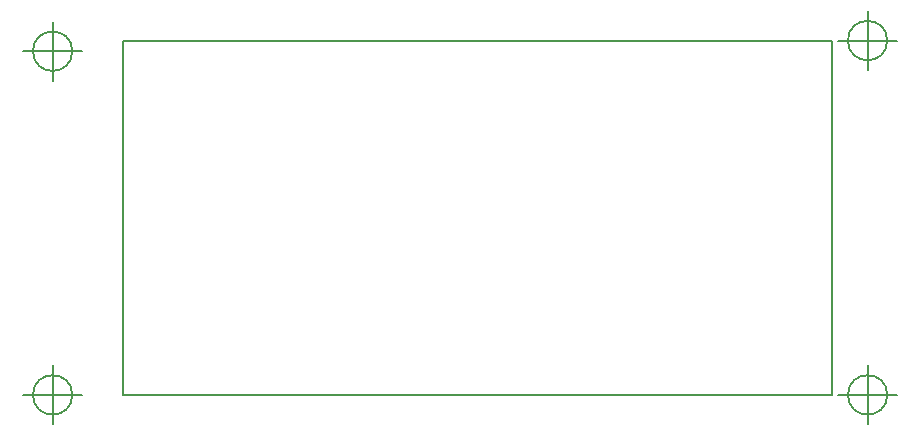
<source format=gbr>
G04 #@! TF.GenerationSoftware,KiCad,Pcbnew,(5.1.4)-1*
G04 #@! TF.CreationDate,2019-12-04T23:16:08+01:00*
G04 #@! TF.ProjectId,instru_bab_v2,696e7374-7275-45f6-9261-625f76322e6b,rev?*
G04 #@! TF.SameCoordinates,Original*
G04 #@! TF.FileFunction,Drawing*
%FSLAX46Y46*%
G04 Gerber Fmt 4.6, Leading zero omitted, Abs format (unit mm)*
G04 Created by KiCad (PCBNEW (5.1.4)-1) date 2019-12-04 23:16:08*
%MOMM*%
%LPD*%
G04 APERTURE LIST*
%ADD10C,0.200000*%
G04 APERTURE END LIST*
D10*
X239666666Y-50000000D02*
G75*
G03X239666666Y-50000000I-1666666J0D01*
G01*
X235500000Y-50000000D02*
X240500000Y-50000000D01*
X238000000Y-47500000D02*
X238000000Y-52500000D01*
X170666666Y-50900000D02*
G75*
G03X170666666Y-50900000I-1666666J0D01*
G01*
X166500000Y-50900000D02*
X171500000Y-50900000D01*
X169000000Y-48400000D02*
X169000000Y-53400000D01*
X170666666Y-80000000D02*
G75*
G03X170666666Y-80000000I-1666666J0D01*
G01*
X166500000Y-80000000D02*
X171500000Y-80000000D01*
X169000000Y-77500000D02*
X169000000Y-82500000D01*
X239666666Y-80000000D02*
G75*
G03X239666666Y-80000000I-1666666J0D01*
G01*
X235500000Y-80000000D02*
X240500000Y-80000000D01*
X238000000Y-77500000D02*
X238000000Y-82500000D01*
X235000000Y-50000000D02*
X175000000Y-50000000D01*
X235000000Y-80000000D02*
X235000000Y-50000000D01*
X175000000Y-80000000D02*
X235000000Y-80000000D01*
X175000000Y-50000000D02*
X175000000Y-80000000D01*
M02*

</source>
